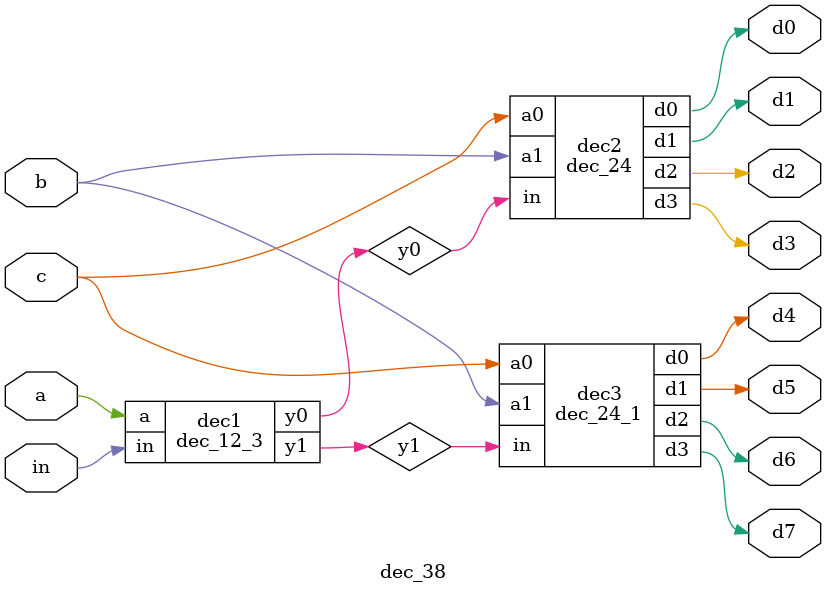
<source format=v>


// Verification Directory fv/dec_38 

module dec_12_3(a, in, y0, y1);
  input a, in;
  output y0, y1;
  wire a, in;
  wire y0, y1;
  NOR2BXL g17(.AN (in), .B (a), .Y (y0));
  AND2X1 g18(.A (in), .B (a), .Y (y1));
endmodule

module dec_12(a, in, y0, y1);
  input a, in;
  output y0, y1;
  wire a, in;
  wire y0, y1;
  NOR2BXL g17(.AN (in), .B (a), .Y (y0));
  AND2X1 g18(.A (a), .B (in), .Y (y1));
endmodule

module dec_12_1(a, in, y0, y1);
  input a, in;
  output y0, y1;
  wire a, in;
  wire y0, y1;
  NOR2BXL g17(.AN (in), .B (a), .Y (y0));
  AND2XL g18(.A (a), .B (in), .Y (y1));
endmodule

module dec_12_2(a, in, y0, y1);
  input a, in;
  output y0, y1;
  wire a, in;
  wire y0, y1;
  NOR2BXL g17(.AN (in), .B (a), .Y (y0));
  AND2XL g18(.A (a), .B (in), .Y (y1));
endmodule

module dec_24(a0, a1, in, d0, d1, d2, d3);
  input a0, a1, in;
  output d0, d1, d2, d3;
  wire a0, a1, in;
  wire d0, d1, d2, d3;
  wire y0, y1;
  dec_12 dec_1(a1, in, y0, y1);
  dec_12_1 dec_2(a0, y0, d0, d1);
  dec_12_2 dec_3(a0, y1, d2, d3);
endmodule

module dec_12_4(a, in, y0, y1);
  input a, in;
  output y0, y1;
  wire a, in;
  wire y0, y1;
  NOR2BXL g17(.AN (in), .B (a), .Y (y0));
  AND2X1 g18(.A (a), .B (in), .Y (y1));
endmodule

module dec_12_5(a, in, y0, y1);
  input a, in;
  output y0, y1;
  wire a, in;
  wire y0, y1;
  NOR2BXL g17(.AN (in), .B (a), .Y (y0));
  AND2XL g18(.A (a), .B (in), .Y (y1));
endmodule

module dec_12_6(a, in, y0, y1);
  input a, in;
  output y0, y1;
  wire a, in;
  wire y0, y1;
  NOR2BXL g17(.AN (in), .B (a), .Y (y0));
  AND2XL g18(.A (a), .B (in), .Y (y1));
endmodule

module dec_24_1(a0, a1, in, d0, d1, d2, d3);
  input a0, a1, in;
  output d0, d1, d2, d3;
  wire a0, a1, in;
  wire d0, d1, d2, d3;
  wire y0, y1;
  dec_12_4 dec_1(.a (a1), .in (in), .y0 (y0), .y1 (y1));
  dec_12_5 dec_2(.a (a0), .in (y0), .y0 (d0), .y1 (d1));
  dec_12_6 dec_3(.a (a0), .in (y1), .y0 (d2), .y1 (d3));
endmodule

module dec_38(a, b, c, in, d0, d1, d2, d3, d4, d5, d6, d7);
  input a, b, c, in;
  output d0, d1, d2, d3, d4, d5, d6, d7;
  wire a, b, c, in;
  wire d0, d1, d2, d3, d4, d5, d6, d7;
  wire y0, y1;
  dec_12_3 dec1(a, in, y0, y1);
  dec_24 dec2(c, b, y0, d0, d1, d2, d3);
  dec_24_1 dec3(c, b, y1, d4, d5, d6, d7);
endmodule


</source>
